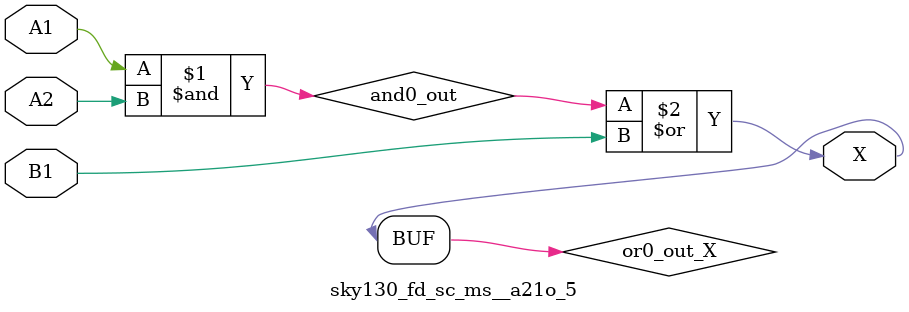
<source format=v>
module sky130_fd_sc_ms__a21o_5 (
    X ,
    A1,
    A2,
    B1
);
    output X ;
    input  A1;
    input  A2;
    input  B1;
    wire and0_out ;
    wire or0_out_X;
    and and0 (and0_out , A1, A2         );
    or  or0  (or0_out_X, and0_out, B1   );
    buf buf0 (X        , or0_out_X      );
endmodule
</source>
